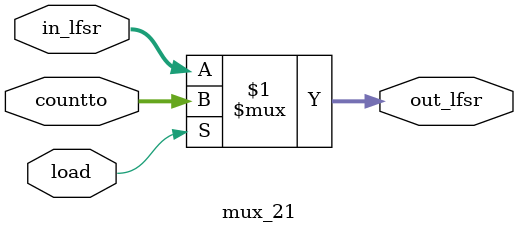
<source format=sv>
module mux_21 (
  input [3:0] countto,
  input load,
  input [3:0] in_lfsr,
  output [3:0] out_lfsr
);
  assign out_lfsr=load?countto:in_lfsr;
endmodule

</source>
